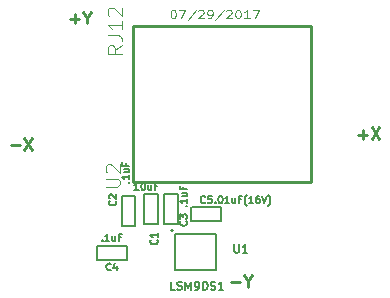
<source format=gto>
G04 #@! TF.FileFunction,Legend,Top*
%FSLAX46Y46*%
G04 Gerber Fmt 4.6, Leading zero omitted, Abs format (unit mm)*
G04 Created by KiCad (PCBNEW 4.0.6-e0-6349~53~ubuntu16.04.1) date Sat Jul 29 16:27:28 2017*
%MOMM*%
%LPD*%
G01*
G04 APERTURE LIST*
%ADD10C,0.150000*%
%ADD11C,0.125000*%
%ADD12C,0.250000*%
%ADD13C,0.254000*%
%ADD14C,0.200660*%
%ADD15C,0.127000*%
%ADD16C,0.099060*%
%ADD17C,0.175000*%
%ADD18C,0.170000*%
G04 APERTURE END LIST*
D10*
D11*
X149757142Y-94516667D02*
X149833333Y-94516667D01*
X149909523Y-94550000D01*
X149947618Y-94583333D01*
X149985714Y-94650000D01*
X150023809Y-94783333D01*
X150023809Y-94950000D01*
X149985714Y-95083333D01*
X149947618Y-95150000D01*
X149909523Y-95183333D01*
X149833333Y-95216667D01*
X149757142Y-95216667D01*
X149680952Y-95183333D01*
X149642856Y-95150000D01*
X149604761Y-95083333D01*
X149566666Y-94950000D01*
X149566666Y-94783333D01*
X149604761Y-94650000D01*
X149642856Y-94583333D01*
X149680952Y-94550000D01*
X149757142Y-94516667D01*
X150290476Y-94516667D02*
X150823809Y-94516667D01*
X150480952Y-95216667D01*
X151700000Y-94483333D02*
X151014285Y-95383333D01*
X151928571Y-94583333D02*
X151966666Y-94550000D01*
X152042857Y-94516667D01*
X152233333Y-94516667D01*
X152309523Y-94550000D01*
X152347619Y-94583333D01*
X152385714Y-94650000D01*
X152385714Y-94716667D01*
X152347619Y-94816667D01*
X151890476Y-95216667D01*
X152385714Y-95216667D01*
X152766666Y-95216667D02*
X152919047Y-95216667D01*
X152995238Y-95183333D01*
X153033333Y-95150000D01*
X153109524Y-95050000D01*
X153147619Y-94916667D01*
X153147619Y-94650000D01*
X153109524Y-94583333D01*
X153071428Y-94550000D01*
X152995238Y-94516667D01*
X152842857Y-94516667D01*
X152766666Y-94550000D01*
X152728571Y-94583333D01*
X152690476Y-94650000D01*
X152690476Y-94816667D01*
X152728571Y-94883333D01*
X152766666Y-94916667D01*
X152842857Y-94950000D01*
X152995238Y-94950000D01*
X153071428Y-94916667D01*
X153109524Y-94883333D01*
X153147619Y-94816667D01*
X154061905Y-94483333D02*
X153376190Y-95383333D01*
X154290476Y-94583333D02*
X154328571Y-94550000D01*
X154404762Y-94516667D01*
X154595238Y-94516667D01*
X154671428Y-94550000D01*
X154709524Y-94583333D01*
X154747619Y-94650000D01*
X154747619Y-94716667D01*
X154709524Y-94816667D01*
X154252381Y-95216667D01*
X154747619Y-95216667D01*
X155242857Y-94516667D02*
X155319048Y-94516667D01*
X155395238Y-94550000D01*
X155433333Y-94583333D01*
X155471429Y-94650000D01*
X155509524Y-94783333D01*
X155509524Y-94950000D01*
X155471429Y-95083333D01*
X155433333Y-95150000D01*
X155395238Y-95183333D01*
X155319048Y-95216667D01*
X155242857Y-95216667D01*
X155166667Y-95183333D01*
X155128571Y-95150000D01*
X155090476Y-95083333D01*
X155052381Y-94950000D01*
X155052381Y-94783333D01*
X155090476Y-94650000D01*
X155128571Y-94583333D01*
X155166667Y-94550000D01*
X155242857Y-94516667D01*
X156271429Y-95216667D02*
X155814286Y-95216667D01*
X156042857Y-95216667D02*
X156042857Y-94516667D01*
X155966667Y-94616667D01*
X155890476Y-94683333D01*
X155814286Y-94716667D01*
X156538096Y-94516667D02*
X157071429Y-94516667D01*
X156728572Y-95216667D01*
D12*
X136042857Y-105971429D02*
X136804762Y-105971429D01*
X137185714Y-105352381D02*
X137852381Y-106352381D01*
X137852381Y-105352381D02*
X137185714Y-106352381D01*
X154690476Y-117571429D02*
X155452381Y-117571429D01*
X156119047Y-117476190D02*
X156119047Y-117952381D01*
X155785714Y-116952381D02*
X156119047Y-117476190D01*
X156452381Y-116952381D01*
X165442857Y-105071429D02*
X166204762Y-105071429D01*
X165823810Y-105452381D02*
X165823810Y-104690476D01*
X166585714Y-104452381D02*
X167252381Y-105452381D01*
X167252381Y-104452381D02*
X166585714Y-105452381D01*
X141090476Y-95271429D02*
X141852381Y-95271429D01*
X141471429Y-95652381D02*
X141471429Y-94890476D01*
X142519047Y-95176190D02*
X142519047Y-95652381D01*
X142185714Y-94652381D02*
X142519047Y-95176190D01*
X142852381Y-94652381D01*
D13*
X161440000Y-95895000D02*
X161440000Y-109105000D01*
X161440000Y-109105000D02*
X146360000Y-109105000D01*
X146360000Y-109105000D02*
X146360000Y-95895000D01*
X146360000Y-95895000D02*
X161440000Y-95895000D01*
D10*
X149800000Y-113200000D02*
G75*
G03X149800000Y-113200000I-100000J0D01*
G01*
D14*
X153450000Y-113500000D02*
X153450000Y-116500000D01*
X153450000Y-116500000D02*
X149950000Y-116500000D01*
X149950000Y-113500000D02*
X149950000Y-116500000D01*
X149950000Y-113500000D02*
X153450000Y-113500000D01*
D15*
X151350000Y-111230000D02*
X153850000Y-111230000D01*
X153870000Y-111230000D02*
X153870000Y-112370000D01*
X153850000Y-112370000D02*
X151350000Y-112370000D01*
X151330000Y-112370000D02*
X151330000Y-111230000D01*
X150170000Y-110150000D02*
X150170000Y-112650000D01*
X150170000Y-112670000D02*
X149030000Y-112670000D01*
X149030000Y-112650000D02*
X149030000Y-110150000D01*
X149030000Y-110130000D02*
X150170000Y-110130000D01*
X145430000Y-112750000D02*
X145430000Y-110250000D01*
X145430000Y-110230000D02*
X146570000Y-110230000D01*
X146570000Y-110250000D02*
X146570000Y-112750000D01*
X146570000Y-112770000D02*
X145430000Y-112770000D01*
X145850000Y-115670000D02*
X143350000Y-115670000D01*
X143330000Y-115670000D02*
X143330000Y-114530000D01*
X143350000Y-114530000D02*
X145850000Y-114530000D01*
X145870000Y-114530000D02*
X145870000Y-115670000D01*
X148470000Y-110150000D02*
X148470000Y-112650000D01*
X148470000Y-112670000D02*
X147330000Y-112670000D01*
X147330000Y-112650000D02*
X147330000Y-110150000D01*
X147330000Y-110130000D02*
X148470000Y-110130000D01*
D16*
X144072857Y-109474286D02*
X145044286Y-109474286D01*
X145158571Y-109417143D01*
X145215714Y-109360000D01*
X145272857Y-109245714D01*
X145272857Y-109017143D01*
X145215714Y-108902857D01*
X145158571Y-108845714D01*
X145044286Y-108788571D01*
X144072857Y-108788571D01*
X144187143Y-108274286D02*
X144130000Y-108217143D01*
X144072857Y-108102857D01*
X144072857Y-107817143D01*
X144130000Y-107702857D01*
X144187143Y-107645714D01*
X144301429Y-107588571D01*
X144415714Y-107588571D01*
X144587143Y-107645714D01*
X145272857Y-108331428D01*
X145272857Y-107588571D01*
X145452857Y-97518571D02*
X144881429Y-97918571D01*
X145452857Y-98204286D02*
X144252857Y-98204286D01*
X144252857Y-97747143D01*
X144310000Y-97632857D01*
X144367143Y-97575714D01*
X144481429Y-97518571D01*
X144652857Y-97518571D01*
X144767143Y-97575714D01*
X144824286Y-97632857D01*
X144881429Y-97747143D01*
X144881429Y-98204286D01*
X144252857Y-96661429D02*
X145110000Y-96661429D01*
X145281429Y-96718571D01*
X145395714Y-96832857D01*
X145452857Y-97004286D01*
X145452857Y-97118571D01*
X145452857Y-95461428D02*
X145452857Y-96147143D01*
X145452857Y-95804285D02*
X144252857Y-95804285D01*
X144424286Y-95918571D01*
X144538571Y-96032857D01*
X144595714Y-96147143D01*
X144367143Y-95004286D02*
X144310000Y-94947143D01*
X144252857Y-94832857D01*
X144252857Y-94547143D01*
X144310000Y-94432857D01*
X144367143Y-94375714D01*
X144481429Y-94318571D01*
X144595714Y-94318571D01*
X144767143Y-94375714D01*
X145452857Y-95061428D01*
X145452857Y-94318571D01*
D17*
X154966667Y-114366667D02*
X154966667Y-114933333D01*
X155000000Y-115000000D01*
X155033333Y-115033333D01*
X155100000Y-115066667D01*
X155233333Y-115066667D01*
X155300000Y-115033333D01*
X155333333Y-115000000D01*
X155366667Y-114933333D01*
X155366667Y-114366667D01*
X156066666Y-115066667D02*
X155666666Y-115066667D01*
X155866666Y-115066667D02*
X155866666Y-114366667D01*
X155800000Y-114466667D01*
X155733333Y-114533333D01*
X155666666Y-114566667D01*
D18*
X149933333Y-118216667D02*
X149600000Y-118216667D01*
X149600000Y-117516667D01*
X150133333Y-118183333D02*
X150233333Y-118216667D01*
X150400000Y-118216667D01*
X150466667Y-118183333D01*
X150500000Y-118150000D01*
X150533333Y-118083333D01*
X150533333Y-118016667D01*
X150500000Y-117950000D01*
X150466667Y-117916667D01*
X150400000Y-117883333D01*
X150266667Y-117850000D01*
X150200000Y-117816667D01*
X150166667Y-117783333D01*
X150133333Y-117716667D01*
X150133333Y-117650000D01*
X150166667Y-117583333D01*
X150200000Y-117550000D01*
X150266667Y-117516667D01*
X150433333Y-117516667D01*
X150533333Y-117550000D01*
X150833334Y-118216667D02*
X150833334Y-117516667D01*
X151066667Y-118016667D01*
X151300000Y-117516667D01*
X151300000Y-118216667D01*
X151666667Y-118216667D02*
X151800000Y-118216667D01*
X151866667Y-118183333D01*
X151900000Y-118150000D01*
X151966667Y-118050000D01*
X152000000Y-117916667D01*
X152000000Y-117650000D01*
X151966667Y-117583333D01*
X151933334Y-117550000D01*
X151866667Y-117516667D01*
X151733334Y-117516667D01*
X151666667Y-117550000D01*
X151633334Y-117583333D01*
X151600000Y-117650000D01*
X151600000Y-117816667D01*
X151633334Y-117883333D01*
X151666667Y-117916667D01*
X151733334Y-117950000D01*
X151866667Y-117950000D01*
X151933334Y-117916667D01*
X151966667Y-117883333D01*
X152000000Y-117816667D01*
X152300001Y-118216667D02*
X152300001Y-117516667D01*
X152466667Y-117516667D01*
X152566667Y-117550000D01*
X152633334Y-117616667D01*
X152666667Y-117683333D01*
X152700001Y-117816667D01*
X152700001Y-117916667D01*
X152666667Y-118050000D01*
X152633334Y-118116667D01*
X152566667Y-118183333D01*
X152466667Y-118216667D01*
X152300001Y-118216667D01*
X152966667Y-118183333D02*
X153066667Y-118216667D01*
X153233334Y-118216667D01*
X153300001Y-118183333D01*
X153333334Y-118150000D01*
X153366667Y-118083333D01*
X153366667Y-118016667D01*
X153333334Y-117950000D01*
X153300001Y-117916667D01*
X153233334Y-117883333D01*
X153100001Y-117850000D01*
X153033334Y-117816667D01*
X153000001Y-117783333D01*
X152966667Y-117716667D01*
X152966667Y-117650000D01*
X153000001Y-117583333D01*
X153033334Y-117550000D01*
X153100001Y-117516667D01*
X153266667Y-117516667D01*
X153366667Y-117550000D01*
X154033334Y-118216667D02*
X153633334Y-118216667D01*
X153833334Y-118216667D02*
X153833334Y-117516667D01*
X153766668Y-117616667D01*
X153700001Y-117683333D01*
X153633334Y-117716667D01*
D10*
X152500000Y-110814286D02*
X152471429Y-110842857D01*
X152385715Y-110871429D01*
X152328572Y-110871429D01*
X152242857Y-110842857D01*
X152185715Y-110785714D01*
X152157143Y-110728571D01*
X152128572Y-110614286D01*
X152128572Y-110528571D01*
X152157143Y-110414286D01*
X152185715Y-110357143D01*
X152242857Y-110300000D01*
X152328572Y-110271429D01*
X152385715Y-110271429D01*
X152471429Y-110300000D01*
X152500000Y-110328571D01*
X153042857Y-110271429D02*
X152757143Y-110271429D01*
X152728572Y-110557143D01*
X152757143Y-110528571D01*
X152814286Y-110500000D01*
X152957143Y-110500000D01*
X153014286Y-110528571D01*
X153042857Y-110557143D01*
X153071429Y-110614286D01*
X153071429Y-110757143D01*
X153042857Y-110814286D01*
X153014286Y-110842857D01*
X152957143Y-110871429D01*
X152814286Y-110871429D01*
X152757143Y-110842857D01*
X152728572Y-110814286D01*
X153371428Y-110814286D02*
X153400000Y-110842857D01*
X153371428Y-110871429D01*
X153342857Y-110842857D01*
X153371428Y-110814286D01*
X153371428Y-110871429D01*
X153771428Y-110271429D02*
X153828571Y-110271429D01*
X153885714Y-110300000D01*
X153914285Y-110328571D01*
X153942856Y-110385714D01*
X153971428Y-110500000D01*
X153971428Y-110642857D01*
X153942856Y-110757143D01*
X153914285Y-110814286D01*
X153885714Y-110842857D01*
X153828571Y-110871429D01*
X153771428Y-110871429D01*
X153714285Y-110842857D01*
X153685714Y-110814286D01*
X153657142Y-110757143D01*
X153628571Y-110642857D01*
X153628571Y-110500000D01*
X153657142Y-110385714D01*
X153685714Y-110328571D01*
X153714285Y-110300000D01*
X153771428Y-110271429D01*
X154542857Y-110871429D02*
X154200000Y-110871429D01*
X154371428Y-110871429D02*
X154371428Y-110271429D01*
X154314285Y-110357143D01*
X154257143Y-110414286D01*
X154200000Y-110442857D01*
X155057143Y-110471429D02*
X155057143Y-110871429D01*
X154800000Y-110471429D02*
X154800000Y-110785714D01*
X154828572Y-110842857D01*
X154885714Y-110871429D01*
X154971429Y-110871429D01*
X155028572Y-110842857D01*
X155057143Y-110814286D01*
X155542857Y-110557143D02*
X155342857Y-110557143D01*
X155342857Y-110871429D02*
X155342857Y-110271429D01*
X155628571Y-110271429D01*
X156028572Y-111100000D02*
X156000000Y-111071429D01*
X155942857Y-110985714D01*
X155914286Y-110928571D01*
X155885715Y-110842857D01*
X155857143Y-110700000D01*
X155857143Y-110585714D01*
X155885715Y-110442857D01*
X155914286Y-110357143D01*
X155942857Y-110300000D01*
X156000000Y-110214286D01*
X156028572Y-110185714D01*
X156571429Y-110871429D02*
X156228572Y-110871429D01*
X156400000Y-110871429D02*
X156400000Y-110271429D01*
X156342857Y-110357143D01*
X156285715Y-110414286D01*
X156228572Y-110442857D01*
X157085715Y-110271429D02*
X156971429Y-110271429D01*
X156914286Y-110300000D01*
X156885715Y-110328571D01*
X156828572Y-110414286D01*
X156800001Y-110528571D01*
X156800001Y-110757143D01*
X156828572Y-110814286D01*
X156857144Y-110842857D01*
X156914286Y-110871429D01*
X157028572Y-110871429D01*
X157085715Y-110842857D01*
X157114286Y-110814286D01*
X157142858Y-110757143D01*
X157142858Y-110614286D01*
X157114286Y-110557143D01*
X157085715Y-110528571D01*
X157028572Y-110500000D01*
X156914286Y-110500000D01*
X156857144Y-110528571D01*
X156828572Y-110557143D01*
X156800001Y-110614286D01*
X157314287Y-110271429D02*
X157514287Y-110871429D01*
X157714287Y-110271429D01*
X157857144Y-111100000D02*
X157885716Y-111071429D01*
X157942859Y-110985714D01*
X157971430Y-110928571D01*
X158000001Y-110842857D01*
X158028573Y-110700000D01*
X158028573Y-110585714D01*
X158000001Y-110442857D01*
X157971430Y-110357143D01*
X157942859Y-110300000D01*
X157885716Y-110214286D01*
X157857144Y-110185714D01*
X150914286Y-112400000D02*
X150942857Y-112428571D01*
X150971429Y-112514285D01*
X150971429Y-112571428D01*
X150942857Y-112657143D01*
X150885714Y-112714285D01*
X150828571Y-112742857D01*
X150714286Y-112771428D01*
X150628571Y-112771428D01*
X150514286Y-112742857D01*
X150457143Y-112714285D01*
X150400000Y-112657143D01*
X150371429Y-112571428D01*
X150371429Y-112514285D01*
X150400000Y-112428571D01*
X150428571Y-112400000D01*
X150371429Y-112200000D02*
X150371429Y-111828571D01*
X150600000Y-112028571D01*
X150600000Y-111942857D01*
X150628571Y-111885714D01*
X150657143Y-111857143D01*
X150714286Y-111828571D01*
X150857143Y-111828571D01*
X150914286Y-111857143D01*
X150942857Y-111885714D01*
X150971429Y-111942857D01*
X150971429Y-112114285D01*
X150942857Y-112171428D01*
X150914286Y-112200000D01*
X150914286Y-111114286D02*
X150942857Y-111085714D01*
X150971429Y-111114286D01*
X150942857Y-111142857D01*
X150914286Y-111114286D01*
X150971429Y-111114286D01*
X150971429Y-110514286D02*
X150971429Y-110857143D01*
X150971429Y-110685715D02*
X150371429Y-110685715D01*
X150457143Y-110742858D01*
X150514286Y-110800000D01*
X150542857Y-110857143D01*
X150571429Y-110000000D02*
X150971429Y-110000000D01*
X150571429Y-110257143D02*
X150885714Y-110257143D01*
X150942857Y-110228571D01*
X150971429Y-110171429D01*
X150971429Y-110085714D01*
X150942857Y-110028571D01*
X150914286Y-110000000D01*
X150657143Y-109514286D02*
X150657143Y-109714286D01*
X150971429Y-109714286D02*
X150371429Y-109714286D01*
X150371429Y-109428572D01*
X144914286Y-110700000D02*
X144942857Y-110728571D01*
X144971429Y-110814285D01*
X144971429Y-110871428D01*
X144942857Y-110957143D01*
X144885714Y-111014285D01*
X144828571Y-111042857D01*
X144714286Y-111071428D01*
X144628571Y-111071428D01*
X144514286Y-111042857D01*
X144457143Y-111014285D01*
X144400000Y-110957143D01*
X144371429Y-110871428D01*
X144371429Y-110814285D01*
X144400000Y-110728571D01*
X144428571Y-110700000D01*
X144428571Y-110471428D02*
X144400000Y-110442857D01*
X144371429Y-110385714D01*
X144371429Y-110242857D01*
X144400000Y-110185714D01*
X144428571Y-110157143D01*
X144485714Y-110128571D01*
X144542857Y-110128571D01*
X144628571Y-110157143D01*
X144971429Y-110500000D01*
X144971429Y-110128571D01*
X146014286Y-109114286D02*
X146042857Y-109085714D01*
X146071429Y-109114286D01*
X146042857Y-109142857D01*
X146014286Y-109114286D01*
X146071429Y-109114286D01*
X146071429Y-108514286D02*
X146071429Y-108857143D01*
X146071429Y-108685715D02*
X145471429Y-108685715D01*
X145557143Y-108742858D01*
X145614286Y-108800000D01*
X145642857Y-108857143D01*
X145671429Y-108000000D02*
X146071429Y-108000000D01*
X145671429Y-108257143D02*
X145985714Y-108257143D01*
X146042857Y-108228571D01*
X146071429Y-108171429D01*
X146071429Y-108085714D01*
X146042857Y-108028571D01*
X146014286Y-108000000D01*
X145757143Y-107514286D02*
X145757143Y-107714286D01*
X146071429Y-107714286D02*
X145471429Y-107714286D01*
X145471429Y-107428572D01*
X144500000Y-116514286D02*
X144471429Y-116542857D01*
X144385715Y-116571429D01*
X144328572Y-116571429D01*
X144242857Y-116542857D01*
X144185715Y-116485714D01*
X144157143Y-116428571D01*
X144128572Y-116314286D01*
X144128572Y-116228571D01*
X144157143Y-116114286D01*
X144185715Y-116057143D01*
X144242857Y-116000000D01*
X144328572Y-115971429D01*
X144385715Y-115971429D01*
X144471429Y-116000000D01*
X144500000Y-116028571D01*
X145014286Y-116171429D02*
X145014286Y-116571429D01*
X144871429Y-115942857D02*
X144728572Y-116371429D01*
X145100000Y-116371429D01*
X143785714Y-114014286D02*
X143814286Y-114042857D01*
X143785714Y-114071429D01*
X143757143Y-114042857D01*
X143785714Y-114014286D01*
X143785714Y-114071429D01*
X144385714Y-114071429D02*
X144042857Y-114071429D01*
X144214285Y-114071429D02*
X144214285Y-113471429D01*
X144157142Y-113557143D01*
X144100000Y-113614286D01*
X144042857Y-113642857D01*
X144900000Y-113671429D02*
X144900000Y-114071429D01*
X144642857Y-113671429D02*
X144642857Y-113985714D01*
X144671429Y-114042857D01*
X144728571Y-114071429D01*
X144814286Y-114071429D01*
X144871429Y-114042857D01*
X144900000Y-114014286D01*
X145385714Y-113757143D02*
X145185714Y-113757143D01*
X145185714Y-114071429D02*
X145185714Y-113471429D01*
X145471428Y-113471429D01*
X148414286Y-114000000D02*
X148442857Y-114028571D01*
X148471429Y-114114285D01*
X148471429Y-114171428D01*
X148442857Y-114257143D01*
X148385714Y-114314285D01*
X148328571Y-114342857D01*
X148214286Y-114371428D01*
X148128571Y-114371428D01*
X148014286Y-114342857D01*
X147957143Y-114314285D01*
X147900000Y-114257143D01*
X147871429Y-114171428D01*
X147871429Y-114114285D01*
X147900000Y-114028571D01*
X147928571Y-114000000D01*
X148471429Y-113428571D02*
X148471429Y-113771428D01*
X148471429Y-113600000D02*
X147871429Y-113600000D01*
X147957143Y-113657143D01*
X148014286Y-113714285D01*
X148042857Y-113771428D01*
X146857143Y-109771429D02*
X146514286Y-109771429D01*
X146685714Y-109771429D02*
X146685714Y-109171429D01*
X146628571Y-109257143D01*
X146571429Y-109314286D01*
X146514286Y-109342857D01*
X147228572Y-109171429D02*
X147285715Y-109171429D01*
X147342858Y-109200000D01*
X147371429Y-109228571D01*
X147400000Y-109285714D01*
X147428572Y-109400000D01*
X147428572Y-109542857D01*
X147400000Y-109657143D01*
X147371429Y-109714286D01*
X147342858Y-109742857D01*
X147285715Y-109771429D01*
X147228572Y-109771429D01*
X147171429Y-109742857D01*
X147142858Y-109714286D01*
X147114286Y-109657143D01*
X147085715Y-109542857D01*
X147085715Y-109400000D01*
X147114286Y-109285714D01*
X147142858Y-109228571D01*
X147171429Y-109200000D01*
X147228572Y-109171429D01*
X147942858Y-109371429D02*
X147942858Y-109771429D01*
X147685715Y-109371429D02*
X147685715Y-109685714D01*
X147714287Y-109742857D01*
X147771429Y-109771429D01*
X147857144Y-109771429D01*
X147914287Y-109742857D01*
X147942858Y-109714286D01*
X148428572Y-109457143D02*
X148228572Y-109457143D01*
X148228572Y-109771429D02*
X148228572Y-109171429D01*
X148514286Y-109171429D01*
M02*

</source>
